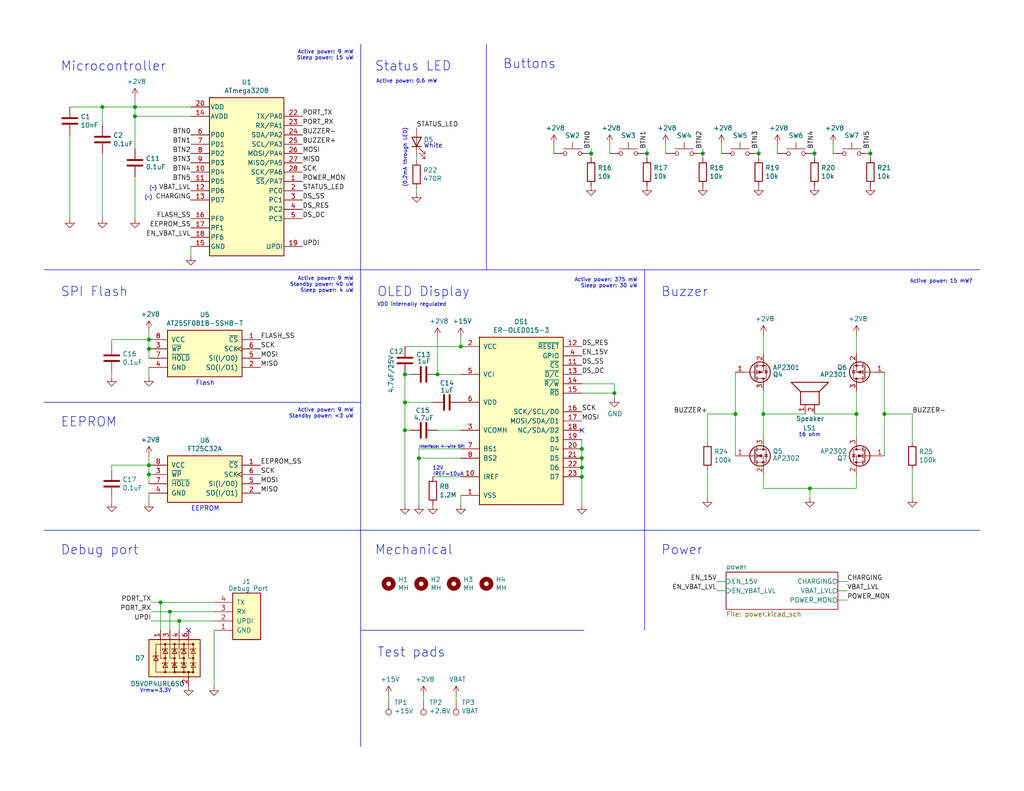
<source format=kicad_sch>
(kicad_sch (version 20211123) (generator eeschema)
  (paper "USLetter")
  (title_block (title "Handheld game console") (date "2021-11-16") (rev "2021B"))
  (lib_symbols
    (symbol "Connector:TestPoint" (pin_numbers hide) (pin_names (offset 0.762) hide)
      (property "Reference" "TP" (at 0 6.858 0))
      (property "Value" "TestPoint" (at 0 5.08 0))
      (symbol "TestPoint_0_1"
        (circle (center 0 3.302) (radius 0.762))
      )
      (symbol "TestPoint_1_1"
        (pin passive line (at 0 0 90) (length 2.54) (name "1") (number "1"))
      )
    )
    (symbol "Device:C" (pin_numbers hide) (pin_names (offset 0.254))
      (property "Reference" "C" (at 0.635 2.54 0))
      (property "Value" "C" (at 0.635 -2.54 0))
      (symbol "C_0_1"
        (polyline (pts (xy -2.032 -0.762) (xy 2.032 -0.762)) (stroke (width 0.508)))
        (polyline (pts (xy -2.032 0.762) (xy 2.032 0.762)) (stroke (width 0.508)))
      )
      (symbol "C_1_1"
        (pin passive line (at 0 3.81 270) (length 2.794) (name "~") (number "1"))
        (pin passive line (at 0 -3.81 90) (length 2.794) (name "~") (number "2"))
      )
    )
    (symbol "Device:LED" (pin_numbers hide) (pin_names (offset 1.016) hide)
      (property "Reference" "D" (at 0 2.54 0))
      (property "Value" "LED" (at 0 -2.54 0))
      (symbol "LED_0_1"
        (polyline (pts (xy -1.27 -1.27) (xy -1.27 1.27)) (stroke (width 0.254)))
        (polyline (pts (xy -1.27 0) (xy 1.27 0)))
        (polyline (pts (xy 1.27 -1.27) (xy 1.27 1.27) (xy -1.27 0) (xy 1.27 -1.27)) (stroke (width 0.254)))
        (polyline (pts (xy -3.048 -0.762) (xy -4.572 -2.286) (xy -3.81 -2.286) (xy -4.572 -2.286) (xy -4.572 -1.524)))
        (polyline (pts (xy -1.778 -0.762) (xy -3.302 -2.286) (xy -2.54 -2.286) (xy -3.302 -2.286) (xy -3.302 -1.524)))
      )
      (symbol "LED_1_1"
        (pin passive line (at -3.81 0 0) (length 2.54) (name "K") (number "1"))
        (pin passive line (at 3.81 0 180) (length 2.54) (name "A") (number "2"))
      )
    )
    (symbol "Device:R" (pin_numbers hide) (pin_names (offset 0))
      (property "Reference" "R" (at 2.032 0 90))
      (property "Value" "R" (at 0 0 90))
      (symbol "R_0_1"
        (rectangle (start -1.016 -2.54) (end 1.016 2.54) (stroke (width 0.254)))
      )
      (symbol "R_1_1"
        (pin passive line (at 0 3.81 270) (length 1.27) (name "~") (number "1"))
        (pin passive line (at 0 -3.81 90) (length 1.27) (name "~") (number "2"))
      )
    )
    (symbol "Device:Speaker" (pin_names (offset 0) hide)
      (property "Reference" "LS" (at 1.27 5.715 0))
      (property "Value" "Speaker" (at 1.27 3.81 0))
      (symbol "Speaker_0_0"
        (rectangle (start -2.54 1.27) (end 1.016 -3.81) (stroke (width 0.254)))
        (polyline (pts (xy 1.016 1.27) (xy 3.556 3.81) (xy 3.556 -6.35) (xy 1.016 -3.81)) (stroke (width 0.254)))
      )
      (symbol "Speaker_1_1"
        (pin input line (at -5.08 0 0) (length 2.54) (name "1") (number "1"))
        (pin input line (at -5.08 -2.54 0) (length 2.54) (name "2") (number "2"))
      )
    )
    (symbol "Mechanical:MountingHole" (pin_names (offset 1.016))
      (property "Reference" "H" (at 0 5.08 0))
      (property "Value" "MountingHole" (at 0 3.175 0))
      (symbol "MountingHole_0_1"
        (circle (center 0 0) (radius 1.27) (stroke (width 1.27)))
      )
    )
    (symbol "Switch:SW_Push" (pin_numbers hide) (pin_names (offset 1.016) hide)
      (property "Reference" "SW" (at 1.27 2.54 0))
      (property "Value" "SW_Push" (at 0 -1.524 0))
      (symbol "SW_Push_0_1"
        (circle (center -2.032 0) (radius 0.508))
        (polyline (pts (xy 0 1.27) (xy 0 3.048)))
        (polyline (pts (xy 2.54 1.27) (xy -2.54 1.27)))
        (circle (center 2.032 0) (radius 0.508))
        (pin passive line (at -5.08 0 0) (length 2.54) (name "1") (number "1"))
        (pin passive line (at 5.08 0 180) (length 2.54) (name "2") (number "2"))
      )
    )
    (symbol "console:+2.8V" (power) (pin_names (offset 0))
      (property "Value" "+2.8V" (at 0 3.556 0))
      (symbol "+2.8V_0_1"
        (polyline (pts (xy -0.762 1.27) (xy 0 2.54)))
        (polyline (pts (xy 0 0) (xy 0 2.54)))
        (polyline (pts (xy 0 2.54) (xy 0.762 1.27)))
      )
      (symbol "+2.8V_1_1"
        (pin power_in line (at 0 0 90) (length 0) hide (name "+2V8") (number "1"))
      )
    )
    (symbol "console:AP2301" (pin_names hide)
      (property "Reference" "Q" (at 5.08 1.905 0))
      (property "Value" "AP2301" (at 5.08 0 0))
      (symbol "AP2301_0_1"
        (polyline (pts (xy 0.254 0) (xy -2.54 0)))
        (polyline (pts (xy 0.254 1.905) (xy 0.254 -1.905)) (stroke (width 0.254)))
        (polyline (pts (xy 0.762 -1.27) (xy 0.762 -2.286)) (stroke (width 0.254)))
        (polyline (pts (xy 0.762 0.508) (xy 0.762 -0.508)) (stroke (width 0.254)))
        (polyline (pts (xy 0.762 2.286) (xy 0.762 1.27)) (stroke (width 0.254)))
        (polyline (pts (xy 2.54 2.54) (xy 2.54 1.778)))
        (polyline (pts (xy 2.54 -2.54) (xy 2.54 0) (xy 0.762 0)))
        (polyline (pts (xy 0.762 1.778) (xy 3.302 1.778) (xy 3.302 -1.778) (xy 0.762 -1.778)))
        (polyline (pts (xy 2.286 0) (xy 1.27 0.381) (xy 1.27 -0.381) (xy 2.286 0)) (fill (type outline)))
        (polyline (pts (xy 2.794 -0.508) (xy 2.921 -0.381) (xy 3.683 -0.381) (xy 3.81 -0.254)))
        (polyline (pts (xy 3.302 -0.381) (xy 2.921 0.254) (xy 3.683 0.254) (xy 3.302 -0.381)))
        (circle (center 1.651 0) (radius 2.794) (stroke (width 0.254)))
        (circle (center 2.54 -1.778) (radius 0.254) (fill (type outline)))
        (circle (center 2.54 1.778) (radius 0.254) (fill (type outline)))
      )
      (symbol "AP2301_1_1"
        (pin input line (at -5.08 0 0) (length 2.54) (name "G") (number "1"))
        (pin passive line (at 2.54 -5.08 90) (length 2.54) (name "S") (number "2"))
        (pin passive line (at 2.54 5.08 270) (length 2.54) (name "D") (number "3"))
      )
    )
    (symbol "console:AP2302" (pin_names hide)
      (property "Reference" "Q" (at 5.08 1.905 0))
      (property "Value" "AP2302" (at 5.08 0 0))
      (symbol "AP2302_0_1"
        (polyline (pts (xy 0.254 0) (xy -2.54 0)))
        (polyline (pts (xy 0.254 1.905) (xy 0.254 -1.905)) (stroke (width 0.254)))
        (polyline (pts (xy 0.762 -1.27) (xy 0.762 -2.286)) (stroke (width 0.254)))
        (polyline (pts (xy 0.762 0.508) (xy 0.762 -0.508)) (stroke (width 0.254)))
        (polyline (pts (xy 0.762 2.286) (xy 0.762 1.27)) (stroke (width 0.254)))
        (polyline (pts (xy 2.54 2.54) (xy 2.54 1.778)))
        (polyline (pts (xy 2.54 -2.54) (xy 2.54 0) (xy 0.762 0)))
        (polyline (pts (xy 0.762 -1.778) (xy 3.302 -1.778) (xy 3.302 1.778) (xy 0.762 1.778)))
        (polyline (pts (xy 1.016 0) (xy 2.032 0.381) (xy 2.032 -0.381) (xy 1.016 0)) (fill (type outline)))
        (polyline (pts (xy 2.794 0.508) (xy 2.921 0.381) (xy 3.683 0.381) (xy 3.81 0.254)))
        (polyline (pts (xy 3.302 0.381) (xy 2.921 -0.254) (xy 3.683 -0.254) (xy 3.302 0.381)))
        (circle (center 1.651 0) (radius 2.794) (stroke (width 0.254)))
        (circle (center 2.54 -1.778) (radius 0.254) (fill (type outline)))
        (circle (center 2.54 1.778) (radius 0.254) (fill (type outline)))
      )
      (symbol "AP2302_1_1"
        (pin input line (at -5.08 0 0) (length 2.54) (name "G") (number "1"))
        (pin passive line (at 2.54 -5.08 90) (length 2.54) (name "S") (number "2"))
        (pin passive line (at 2.54 5.08 270) (length 2.54) (name "D") (number "3"))
      )
    )
    (symbol "console:AT25SF081B" (pin_names (offset 1.016))
      (property "Reference" "U" (at -1.2954 15.6464 0))
      (property "Value" "AT25SF081B" (at -10.4394 13.2842 0))
      (symbol "AT25SF081B_0_0"
        (rectangle (start -10.16 0) (end 10.16 12.7) (stroke (width 0.254)) (fill (type background)))
        (pin input line (at 15.24 10.16 180) (length 5.08) (name "~{CS}") (number "1"))
        (pin bidirectional line (at 15.24 2.54 180) (length 5.08) (name "SO(I/O1)") (number "2"))
        (pin input line (at -15.24 7.62 0) (length 5.08) (name "~{WP}") (number "3"))
        (pin power_in line (at -15.24 2.54 0) (length 5.08) (name "GND") (number "4"))
        (pin bidirectional line (at 15.24 5.08 180) (length 5.08) (name "SI(I/O0)") (number "5"))
        (pin input clock (at 15.24 7.62 180) (length 5.08) (name "SCK") (number "6"))
        (pin input line (at -15.24 5.08 0) (length 5.08) (name "~{HOLD}") (number "7"))
        (pin power_in line (at -15.24 10.16 0) (length 5.08) (name "VCC") (number "8"))
      )
    )
    (symbol "console:ATmega3208" (pin_names (offset 0.254))
      (property "Reference" "U" (at 19.05 6.35 0))
      (property "Value" "ATmega3208" (at 19.05 3.81 0))
      (symbol "ATmega3208_0_0"
        (pin bidirectional line (at 2.54 -17.78 0) (length 5.08) (name "PD4") (number "10"))
        (pin bidirectional line (at 2.54 -20.32 0) (length 5.08) (name "PD5") (number "11"))
      )
      (symbol "ATmega3208_1_1"
        (rectangle (start 7.62 2.54) (end 27.94 -40.64) (stroke (width 0.254)) (fill (type background)))
        (pin bidirectional line (at 33.02 -20.32 180) (length 5.08) (name "~{SS}/PA7") (number "1"))
        (pin bidirectional line (at 2.54 -22.86 0) (length 5.08) (name "PD6") (number "12"))
        (pin bidirectional line (at 2.54 -25.4 0) (length 5.08) (name "PD7") (number "13"))
        (pin power_in line (at 2.54 -2.54 0) (length 5.08) (name "AVDD") (number "14"))
        (pin power_in line (at 2.54 -38.1 0) (length 5.08) (name "GND") (number "15"))
        (pin bidirectional line (at 2.54 -30.48 0) (length 5.08) (name "PF0") (number "16"))
        (pin bidirectional line (at 2.54 -33.02 0) (length 5.08) (name "PF1") (number "17"))
        (pin bidirectional line (at 2.54 -35.56 0) (length 5.08) (name "PF6") (number "18"))
        (pin bidirectional line (at 33.02 -38.1 180) (length 5.08) (name "UPDI") (number "19"))
        (pin bidirectional line (at 33.02 -22.86 180) (length 5.08) (name "PC0") (number "2"))
        (pin power_in line (at 2.54 0 0) (length 5.08) (name "VDD") (number "20"))
        (pin power_in line (at 2.54 -38.1 0) (length 5.08) hide (name "GND") (number "21"))
        (pin bidirectional line (at 33.02 -2.54 180) (length 5.08) (name "TX/PA0") (number "22"))
        (pin bidirectional line (at 33.02 -5.08 180) (length 5.08) (name "RX/PA1") (number "23"))
        (pin bidirectional line (at 33.02 -7.62 180) (length 5.08) (name "SDA/PA2") (number "24"))
        (pin bidirectional line (at 33.02 -10.16 180) (length 5.08) (name "SCL/PA3") (number "25"))
        (pin bidirectional line (at 33.02 -12.7 180) (length 5.08) (name "MOSI/PA4") (number "26"))
        (pin bidirectional line (at 33.02 -15.24 180) (length 5.08) (name "MISO/PA5") (number "27"))
        (pin bidirectional line (at 33.02 -17.78 180) (length 5.08) (name "SCK/PA6") (number "28"))
        (pin bidirectional line (at 33.02 -25.4 180) (length 5.08) (name "PC1") (number "3"))
        (pin bidirectional line (at 33.02 -27.94 180) (length 5.08) (name "PC2") (number "4"))
        (pin bidirectional line (at 33.02 -30.48 180) (length 5.08) (name "PC3") (number "5"))
        (pin bidirectional line (at 2.54 -7.62 0) (length 5.08) (name "PD0") (number "6"))
        (pin bidirectional line (at 2.54 -10.16 0) (length 5.08) (name "PD1") (number "7"))
        (pin bidirectional line (at 2.54 -12.7 0) (length 5.08) (name "PD2") (number "8"))
        (pin bidirectional line (at 2.54 -15.24 0) (length 5.08) (name "PD3") (number "9"))
      )
    )
    (symbol "console:D5V0P4URL6SO" (pin_names (offset 0) hide)
      (property "Reference" "D" (at 3.81 2.54 0))
      (property "Value" "D5V0P4URL6SO" (at 10.16 0 0))
      (symbol "D5V0P4URL6SO_1_1"
        (rectangle (start -12.065 5.08) (end 1.905 -5.08) (stroke (width 0.254)) (fill (type background)))
        (circle (center -7.62 -3.81) (radius 0.254) (fill (type outline)))
        (circle (center -7.62 0) (radius 0.254) (fill (type outline)))
        (circle (center -7.62 3.81) (radius 0.254) (fill (type outline)))
        (circle (center -5.08 -3.81) (radius 0.254) (fill (type outline)))
        (circle (center -5.08 0) (radius 0.254) (fill (type outline)))
        (circle (center -5.08 3.81) (radius 0.254) (fill (type outline)))
        (circle (center -2.54 -3.81) (radius 0.254) (fill (type outline)))
        (circle (center -2.54 0) (radius 0.254) (fill (type outline)))
        (circle (center -2.54 3.81) (radius 0.254) (fill (type outline)))
        (circle (center -1.27 -3.81) (radius 0.254) (fill (type outline)))
        (circle (center 0 -3.81) (radius 0.254) (fill (type outline)))
        (polyline (pts (xy -10.16 0.635) (xy -10.16 -3.81)))
        (polyline (pts (xy -10.16 1.905) (xy -10.16 0.635)))
        (polyline (pts (xy -10.16 3.81) (xy -10.16 0.635)))
        (polyline (pts (xy -7.62 -3.81) (xy -10.16 -3.81)))
        (polyline (pts (xy -7.62 0) (xy -7.62 -1.27)))
        (polyline (pts (xy -7.62 2.54) (xy -7.62 -1.27)))
        (polyline (pts (xy -7.62 3.81) (xy -7.62 2.54)))
        (polyline (pts (xy -7.62 3.81) (xy -7.62 2.54)))
        (polyline (pts (xy -5.08 0) (xy -5.08 -1.27)))
        (polyline (pts (xy -5.08 2.54) (xy -5.08 -1.27)))
        (polyline (pts (xy -5.08 3.81) (xy -5.08 2.54)))
        (polyline (pts (xy -5.08 3.81) (xy -5.08 2.54)))
        (polyline (pts (xy -2.54 0) (xy -2.54 -1.27)))
        (polyline (pts (xy -2.54 2.54) (xy -2.54 -1.27)))
        (polyline (pts (xy -2.54 3.81) (xy -2.54 2.54)))
        (polyline (pts (xy -2.54 3.81) (xy -2.54 2.54)))
        (polyline (pts (xy -1.27 -5.08) (xy -1.27 -3.81)))
        (polyline (pts (xy 0 -3.81) (xy 0 2.54)))
        (polyline (pts (xy 0 3.81) (xy -10.16 3.81)))
        (polyline (pts (xy 0 3.81) (xy 0 2.54)))
        (polyline (pts (xy 0.635 -1.27) (xy 0.762 -1.27)))
        (polyline (pts (xy 0.635 2.54) (xy 0.762 2.54)))
        (polyline (pts (xy -8.89 5.08) (xy -8.89 0) (xy -7.62 0)))
        (polyline (pts (xy -7.62 -1.27) (xy -7.62 -3.81) (xy -5.08 -3.81)))
        (polyline (pts (xy -6.35 5.08) (xy -6.35 0) (xy -5.08 0)))
        (polyline (pts (xy -5.08 -1.27) (xy -5.08 -3.81) (xy -2.54 -3.81)))
        (polyline (pts (xy -3.81 5.08) (xy -3.81 0) (xy -2.54 0)))
        (polyline (pts (xy -2.54 -1.27) (xy -2.54 -3.81) (xy -5.08 -3.81)))
        (polyline (pts (xy -1.27 5.08) (xy -1.27 0) (xy 0 0)))
        (polyline (pts (xy 0.635 -1.27) (xy -0.762 -1.27) (xy -0.762 -1.524)))
        (polyline (pts (xy 0.635 2.54) (xy -0.762 2.54) (xy -0.762 2.286)))
        (polyline (pts (xy -10.922 0.381) (xy -10.922 0.635) (xy -9.525 0.635) (xy -9.398 0.635)))
        (polyline (pts (xy -10.922 0.381) (xy -10.922 0.635) (xy -9.525 0.635) (xy -9.398 0.635)))
        (polyline (pts (xy -10.16 0.635) (xy -9.525 -0.635) (xy -10.795 -0.635) (xy -10.16 0.635)))
        (polyline (pts (xy -10.16 0.635) (xy -9.525 -0.635) (xy -10.795 -0.635) (xy -10.16 0.635)))
        (polyline (pts (xy -8.382 -1.524) (xy -8.382 -1.27) (xy -6.985 -1.27) (xy -6.858 -1.27)))
        (polyline (pts (xy -8.382 -1.524) (xy -8.382 -1.27) (xy -6.985 -1.27) (xy -6.858 -1.27)))
        (polyline (pts (xy -8.382 2.286) (xy -8.382 2.54) (xy -6.985 2.54) (xy -6.858 2.54)))
        (polyline (pts (xy -8.382 2.286) (xy -8.382 2.54) (xy -6.985 2.54) (xy -6.858 2.54)))
        (polyline (pts (xy -7.62 -1.27) (xy -6.985 -2.54) (xy -8.255 -2.54) (xy -7.62 -1.27)))
        (polyline (pts (xy -7.62 -1.27) (xy -6.985 -2.54) (xy -8.255 -2.54) (xy -7.62 -1.27)))
        (polyline (pts (xy -7.62 2.54) (xy -6.985 1.27) (xy -8.255 1.27) (xy -7.62 2.54)))
        (polyline (pts (xy -7.62 2.54) (xy -6.985 1.27) (xy -8.255 1.27) (xy -7.62 2.54)))
        (polyline (pts (xy -5.842 -1.524) (xy -5.842 -1.27) (xy -4.445 -1.27) (xy -4.318 -1.27)))
        (polyline (pts (xy -5.842 -1.524) (xy -5.842 -1.27) (xy -4.445 -1.27) (xy -4.318 -1.27)))
        (polyline (pts (xy -5.842 2.286) (xy -5.842 2.54) (xy -4.445 2.54) (xy -4.318 2.54)))
        (polyline (pts (xy -5.842 2.286) (xy -5.842 2.54) (xy -4.445 2.54) (xy -4.318 2.54)))
        (polyline (pts (xy -5.08 -1.27) (xy -5.08 -3.81) (xy 0 -3.81) (xy 0 -1.27)))
        (polyline (pts (xy -5.08 -1.27) (xy -5.08 -3.81) (xy 0 -3.81) (xy 0 -1.27)))
        (polyline (pts (xy -5.08 -1.27) (xy -4.445 -2.54) (xy -5.715 -2.54) (xy -5.08 -1.27)))
        (polyline (pts (xy -5.08 -1.27) (xy -4.445 -2.54) (xy -5.715 -2.54) (xy -5.08 -1.27)))
        (polyline (pts (xy -5.08 2.54) (xy -4.445 1.27) (xy -5.715 1.27) (xy -5.08 2.54)))
        (polyline (pts (xy -5.08 2.54) (xy -4.445 1.27) (xy -5.715 1.27) (xy -5.08 2.54)))
        (polyline (pts (xy -3.302 -1.524) (xy -3.302 -1.27) (xy -1.905 -1.27) (xy -1.778 -1.27)))
        (polyline (pts (xy -3.302 -1.524) (xy -3.302 -1.27) (xy -1.905 -1.27) (xy -1.778 -1.27)))
        (polyline (pts (xy -3.302 2.286) (xy -3.302 2.54) (xy -1.905 2.54) (xy -1.778 2.54)))
        (polyline (pts (xy -3.302 2.286) (xy -3.302 2.54) (xy -1.905 2.54) (xy -1.778 2.54)))
        (polyline (pts (xy -2.54 -1.27) (xy -1.905 -2.54) (xy -3.175 -2.54) (xy -2.54 -1.27)))
        (polyline (pts (xy -2.54 -1.27) (xy -1.905 -2.54) (xy -3.175 -2.54) (xy -2.54 -1.27)))
        (polyline (pts (xy -2.54 2.54) (xy -1.905 1.27) (xy -3.175 1.27) (xy -2.54 2.54)))
        (polyline (pts (xy -2.54 2.54) (xy -1.905 1.27) (xy -3.175 1.27) (xy -2.54 2.54)))
        (polyline (pts (xy 0.635 -2.54) (xy -0.635 -2.54) (xy 0 -1.27) (xy 0.635 -2.54)))
        (polyline (pts (xy 0.635 1.27) (xy -0.635 1.27) (xy 0 2.54) (xy 0.635 1.27)))
        (circle (center 0 0) (radius 0.254) (fill (type outline)))
        (circle (center 0 3.81) (radius 0.254) (fill (type outline)))
        (pin passive line (at -8.89 7.62 270) (length 2.54) (name "K1") (number "1"))
        (pin passive line (at -1.27 -7.62 90) (length 2.54) (name "VSS") (number "2"))
        (pin passive line (at -6.35 7.62 270) (length 2.54) (name "K2") (number "3"))
        (pin passive line (at -3.81 7.62 270) (length 2.54) (name "K3") (number "4"))
        (pin no_connect line (at -7.62 -7.62 90) (length 2.54) hide (name "NC") (number "5"))
        (pin passive line (at -1.27 7.62 270) (length 2.54) (name "K4") (number "6"))
      )
    )
    (symbol "console:Debug_Port" (pin_names (offset 1.016))
      (property "Reference" "J" (at -1.27 1.27 0))
      (property "Value" "Debug_Port" (at -1.27 -1.27 0))
      (symbol "Debug_Port_0_0"
        (pin power_in line (at -10.16 -12.7 0) (length 5.08) (name "GND") (number "1"))
        (pin bidirectional line (at -10.16 -10.16 0) (length 5.08) (name "UPDI") (number "2"))
        (pin input line (at -10.16 -7.62 0) (length 5.08) (name "RX") (number "3"))
        (pin output line (at -10.16 -5.08 0) (length 5.08) (name "TX") (number "4"))
      )
      (symbol "Debug_Port_0_1"
        (rectangle (start -5.08 -2.54) (end 2.54 -15.24) (stroke (width 0.254)) (fill (type background)))
      )
    )
    (symbol "console:ER-OLED015-3" (pin_names (offset 1.016))
      (property "Reference" "DS" (at 2.54 11.43 0))
      (property "Value" "ER-OLED015-3" (at 2.54 8.89 0))
      (symbol "ER-OLED015-3_0_0"
        (pin power_in line (at -13.97 -35.56 0) (length 5.08) (name "VSS") (number "1"))
        (pin input line (at -13.97 -30.48 0) (length 5.08) (name "IREF") (number "10"))
        (pin input line (at 19.05 0 180) (length 5.08) (name "~{CS}") (number "11"))
        (pin input line (at 19.05 5.08 180) (length 5.08) (name "~{RESET}") (number "12"))
        (pin input line (at 19.05 -2.54 180) (length 5.08) (name "~{D/C}") (number "13"))
        (pin input line (at 19.05 -5.08 180) (length 5.08) (name "~{R/W}") (number "14"))
        (pin input line (at 19.05 -7.62 180) (length 5.08) (name "~{RD}") (number "15"))
        (pin input line (at 19.05 -12.7 180) (length 5.08) (name "SCK/SCL/D0") (number "16"))
        (pin input line (at 19.05 -15.24 180) (length 5.08) (name "MOSI/SDA/D1") (number "17"))
        (pin input line (at 19.05 -17.78 180) (length 5.08) (name "NC/SDA/D2") (number "18"))
        (pin input line (at 19.05 -20.32 180) (length 5.08) (name "D3") (number "19"))
        (pin power_in line (at -13.97 5.08 0) (length 5.08) (name "VCC") (number "2"))
        (pin input line (at 19.05 -22.86 180) (length 5.08) (name "D4") (number "20"))
        (pin input line (at 19.05 -25.4 180) (length 5.08) (name "D5") (number "21"))
        (pin input line (at 19.05 -27.94 180) (length 5.08) (name "D6") (number "22"))
        (pin input line (at 19.05 -30.48 180) (length 5.08) (name "D7") (number "23"))
        (pin power_in line (at -13.97 5.08 0) (length 5.08) hide (name "VCC") (number "24"))
        (pin power_in line (at -13.97 -35.56 0) (length 5.08) hide (name "VSS") (number "25"))
        (pin input line (at -13.97 -17.78 0) (length 5.08) (name "VCOMH") (number "3"))
        (pin bidirectional line (at 19.05 2.54 180) (length 5.08) (name "GPIO") (number "4"))
        (pin power_in line (at -13.97 -2.54 0) (length 5.08) (name "VCI") (number "5"))
        (pin power_in line (at -13.97 -10.16 0) (length 5.08) (name "VDD") (number "6"))
        (pin input line (at -13.97 -22.86 0) (length 5.08) (name "BS1") (number "7"))
        (pin input line (at -13.97 -25.4 0) (length 5.08) (name "BS2") (number "8"))
        (pin power_in line (at -13.97 -35.56 0) (length 5.08) hide (name "VSS") (number "9"))
      )
      (symbol "ER-OLED015-3_0_1"
        (rectangle (start -8.89 7.62) (end 13.97 -38.1) (stroke (width 0.254)) (fill (type background)))
      )
    )
    (symbol "console:FT25C32A" (pin_names (offset 1.016))
      (property "Reference" "U" (at 0 15.24 0))
      (property "Value" "FT25C32A" (at -4.7244 13.3096 0))
      (symbol "FT25C32A_0_0"
        (rectangle (start -10.16 0) (end 10.16 12.7) (stroke (width 0.254)) (fill (type background)))
        (pin input line (at 15.24 10.16 180) (length 5.08) (name "~{CS}") (number "1"))
        (pin bidirectional line (at 15.24 2.54 180) (length 5.08) (name "SO(I/O1)") (number "2"))
        (pin input line (at -15.24 7.62 0) (length 5.08) (name "~{WP}") (number "3"))
        (pin power_in line (at -15.24 2.54 0) (length 5.08) (name "GND") (number "4"))
        (pin bidirectional line (at 15.24 5.08 180) (length 5.08) (name "SI(I/O0)") (number "5"))
        (pin input clock (at 15.24 7.62 180) (length 5.08) (name "SCK") (number "6"))
        (pin input line (at -15.24 5.08 0) (length 5.08) (name "~{HOLD}") (number "7"))
        (pin power_in line (at -15.24 10.16 0) (length 5.08) (name "VCC") (number "8"))
      )
    )
    (symbol "console:VBAT" (power) (pin_names (offset 0))
      (property "Value" "VBAT" (at 0 3.81 0))
      (symbol "VBAT_0_1"
        (polyline (pts (xy -0.762 1.27) (xy 0 2.54)))
        (polyline (pts (xy 0 0) (xy 0 2.54)))
        (polyline (pts (xy 0 2.54) (xy 0.762 1.27)))
      )
      (symbol "VBAT_1_1"
        (pin power_in line (at 0 0 90) (length 0) hide (name "VBAT") (number "1"))
      )
    )
    (symbol "power:+15V" (power) (pin_names (offset 0))
      (property "Value" "+15V" (at 0 3.556 0))
      (symbol "+15V_0_1"
        (polyline (pts (xy -0.762 1.27) (xy 0 2.54)))
        (polyline (pts (xy 0 0) (xy 0 2.54)))
        (polyline (pts (xy 0 2.54) (xy 0.762 1.27)))
      )
      (symbol "+15V_1_1"
        (pin power_in line (at 0 0 90) (length 0) hide (name "+15V") (number "1"))
      )
    )
    (symbol "power:GND" (power) (pin_names (offset 0))
      (property "Value" "GND" (at 0 -3.81 0))
      (symbol "GND_0_1"
        (polyline (pts (xy 0 0) (xy 0 -1.27) (xy 1.27 -1.27) (xy 0 -2.54) (xy -1.27 -1.27) (xy 0 -1.27)))
      )
      (symbol "GND_1_1"
        (pin power_in line (at 0 0 270) (length 0) hide (name "GND") (number "1"))
      )
    )
  )
  (junction (at 222.25 41.91))
  (junction (at 114.3 125.095))
  (junction (at 110.49 109.855))
  (junction (at 158.75 130.175))
  (junction (at 40.64 129.54))
  (junction (at 110.49 117.475))
  (junction (at 40.64 95.25))
  (junction (at 191.77 41.91))
  (junction (at 36.83 29.21))
  (junction (at 158.75 125.095))
  (junction (at 48.895 169.545))
  (junction (at 241.3 113.03))
  (junction (at 27.94 29.21))
  (junction (at 125.73 94.615))
  (junction (at 208.28 113.03))
  (junction (at 119.38 102.235))
  (junction (at 161.29 41.91))
  (junction (at 158.75 127.635))
  (junction (at 220.98 133.35))
  (junction (at 233.68 113.03))
  (junction (at 110.49 102.235))
  (junction (at 40.64 127))
  (junction (at 40.64 92.71))
  (junction (at 176.53 41.91))
  (junction (at 207.01 41.91))
  (junction (at 167.64 107.315))
  (junction (at 43.815 164.465))
  (junction (at 237.49 41.91))
  (junction (at 36.83 31.75))
  (junction (at 46.355 167.005))
  (junction (at 158.75 122.555))
  (junction (at 200.66 113.03))
  (no_connect (at 158.75 117.475))
  (no_connect (at 51.435 172.085))
  (wire (pts (xy 227.33 39.37) (xy 227.33 41.91)))
  (wire (pts (xy 113.665 51.435) (xy 113.665 52.705)))
  (wire (pts (xy 241.3 113.03) (xy 248.92 113.03)))
  (wire (pts (xy 40.64 92.71) (xy 40.64 90.17)))
  (wire (pts (xy 40.64 127) (xy 40.64 129.54)))
  (wire (pts (xy 41.275 169.545) (xy 48.895 169.545)))
  (wire (pts (xy 114.3 125.095) (xy 114.3 122.555)))
  (wire (pts (xy 237.49 43.18) (xy 237.49 41.91)))
  (wire (pts (xy 41.275 164.465) (xy 43.815 164.465)))
  (wire (pts (xy 222.25 43.18) (xy 222.25 41.91)))
  (polyline (pts (xy 98.425 12.065) (xy 98.425 203.835)) (stroke (width 0) (type solid)))
  (wire (pts (xy 233.68 133.35) (xy 233.68 129.54)))
  (wire (pts (xy 114.3 137.795) (xy 114.3 125.095)))
  (wire (pts (xy 106.045 189.865) (xy 106.045 191.135)))
  (wire (pts (xy 196.85 39.37) (xy 196.85 41.91)))
  (wire (pts (xy 158.75 104.775) (xy 167.64 104.775)))
  (wire (pts (xy 36.83 59.69) (xy 36.83 48.26)))
  (polyline (pts (xy 132.715 12.065) (xy 132.715 73.66)) (stroke (width 0) (type solid)))
  (wire (pts (xy 181.61 39.37) (xy 181.61 41.91)))
  (polyline (pts (xy 159.385 172.085) (xy 98.425 172.085)) (stroke (width 0) (type solid)))
  (wire (pts (xy 119.38 92.075) (xy 119.38 102.235)))
  (wire (pts (xy 30.48 137.16) (xy 30.48 135.89)))
  (wire (pts (xy 43.815 164.465) (xy 58.42 164.465)))
  (wire (pts (xy 231.14 158.75) (xy 228.6 158.75)))
  (wire (pts (xy 40.64 92.71) (xy 40.64 95.25)))
  (wire (pts (xy 207.01 43.18) (xy 207.01 41.91)))
  (wire (pts (xy 36.83 31.75) (xy 36.83 29.21)))
  (wire (pts (xy 110.49 94.615) (xy 125.73 94.615)))
  (wire (pts (xy 19.05 29.21) (xy 27.94 29.21)))
  (wire (pts (xy 110.49 109.855) (xy 118.11 109.855)))
  (wire (pts (xy 167.64 104.775) (xy 167.64 107.315)))
  (wire (pts (xy 237.49 40.64) (xy 237.49 41.91)))
  (polyline (pts (xy 12.065 109.855) (xy 98.425 109.855)) (stroke (width 0) (type solid)))
  (polyline (pts (xy 12.065 144.78) (xy 267.335 144.78)) (stroke (width 0) (type solid)))
  (wire (pts (xy 158.75 120.015) (xy 158.75 122.555)))
  (wire (pts (xy 158.75 127.635) (xy 158.75 130.175)))
  (wire (pts (xy 193.04 120.65) (xy 193.04 113.03)))
  (wire (pts (xy 233.68 106.68) (xy 233.68 113.03)))
  (wire (pts (xy 222.25 113.03) (xy 233.68 113.03)))
  (wire (pts (xy 110.49 102.235) (xy 111.76 102.235)))
  (wire (pts (xy 158.75 122.555) (xy 158.75 125.095)))
  (wire (pts (xy 124.46 189.865) (xy 124.46 191.135)))
  (wire (pts (xy 233.68 113.03) (xy 233.68 119.38)))
  (wire (pts (xy 30.48 92.71) (xy 40.64 92.71)))
  (wire (pts (xy 43.815 172.085) (xy 43.815 164.465)))
  (wire (pts (xy 208.28 106.68) (xy 208.28 113.03)))
  (wire (pts (xy 27.94 29.21) (xy 36.83 29.21)))
  (wire (pts (xy 208.28 133.35) (xy 220.98 133.35)))
  (wire (pts (xy 161.29 43.18) (xy 161.29 41.91)))
  (wire (pts (xy 119.38 117.475) (xy 125.73 117.475)))
  (wire (pts (xy 231.14 163.83) (xy 228.6 163.83)))
  (wire (pts (xy 110.49 117.475) (xy 110.49 137.795)))
  (wire (pts (xy 30.48 102.87) (xy 30.48 101.6)))
  (wire (pts (xy 241.3 113.03) (xy 241.3 124.46)))
  (wire (pts (xy 41.275 167.005) (xy 46.355 167.005)))
  (wire (pts (xy 193.04 113.03) (xy 200.66 113.03)))
  (wire (pts (xy 200.66 113.03) (xy 200.66 124.46)))
  (wire (pts (xy 27.94 41.91) (xy 27.94 59.69)))
  (wire (pts (xy 208.28 113.03) (xy 208.28 119.38)))
  (wire (pts (xy 220.98 133.35) (xy 233.68 133.35)))
  (wire (pts (xy 191.77 40.64) (xy 191.77 41.91)))
  (wire (pts (xy 125.73 122.555) (xy 114.3 122.555)))
  (wire (pts (xy 233.68 91.44) (xy 233.68 96.52)))
  (wire (pts (xy 19.05 36.83) (xy 19.05 59.69)))
  (wire (pts (xy 231.14 161.29) (xy 228.6 161.29)))
  (wire (pts (xy 125.73 135.255) (xy 125.73 137.795)))
  (wire (pts (xy 111.76 117.475) (xy 110.49 117.475)))
  (wire (pts (xy 110.49 109.855) (xy 110.49 102.235)))
  (wire (pts (xy 191.77 43.18) (xy 191.77 41.91)))
  (wire (pts (xy 36.83 26.67) (xy 36.83 29.21)))
  (wire (pts (xy 241.3 113.03) (xy 241.3 101.6)))
  (wire (pts (xy 46.355 167.005) (xy 58.42 167.005)))
  (wire (pts (xy 158.75 130.175) (xy 158.75 137.795)))
  (wire (pts (xy 166.37 39.37) (xy 166.37 41.91)))
  (wire (pts (xy 58.42 172.085) (xy 58.42 187.325)))
  (wire (pts (xy 30.48 128.27) (xy 30.48 127)))
  (wire (pts (xy 208.28 133.35) (xy 208.28 129.54)))
  (wire (pts (xy 167.64 107.315) (xy 167.64 108.585)))
  (wire (pts (xy 212.09 39.37) (xy 212.09 41.91)))
  (wire (pts (xy 114.3 125.095) (xy 125.73 125.095)))
  (wire (pts (xy 36.83 40.64) (xy 36.83 31.75)))
  (wire (pts (xy 113.665 42.545) (xy 113.665 43.815)))
  (wire (pts (xy 48.895 169.545) (xy 58.42 169.545)))
  (wire (pts (xy 222.25 40.64) (xy 222.25 41.91)))
  (wire (pts (xy 158.75 125.095) (xy 158.75 127.635)))
  (wire (pts (xy 158.75 107.315) (xy 167.64 107.315)))
  (wire (pts (xy 195.58 158.75) (xy 198.12 158.75)))
  (wire (pts (xy 176.53 40.64) (xy 176.53 41.91)))
  (wire (pts (xy 52.07 31.75) (xy 36.83 31.75)))
  (wire (pts (xy 208.28 91.44) (xy 208.28 96.52)))
  (wire (pts (xy 48.895 172.085) (xy 48.895 169.545)))
  (polyline (pts (xy 352.5012 77.5208) (xy 352.5012 77.597)))
  (wire (pts (xy 200.66 101.6) (xy 200.66 113.03)))
  (wire (pts (xy 208.28 113.03) (xy 219.71 113.03)))
  (wire (pts (xy 151.13 39.37) (xy 151.13 41.91)))
  (wire (pts (xy 27.94 34.29) (xy 27.94 29.21)))
  (wire (pts (xy 40.64 129.54) (xy 40.64 132.08)))
  (wire (pts (xy 40.64 137.16) (xy 40.64 134.62)))
  (wire (pts (xy 207.01 40.64) (xy 207.01 41.91)))
  (wire (pts (xy 115.57 189.865) (xy 115.57 191.135)))
  (wire (pts (xy 36.83 29.21) (xy 52.07 29.21)))
  (wire (pts (xy 220.98 135.89) (xy 220.98 133.35)))
  (wire (pts (xy 119.38 102.235) (xy 125.73 102.235)))
  (wire (pts (xy 40.64 127) (xy 40.64 124.46)))
  (wire (pts (xy 161.29 40.64) (xy 161.29 41.91)))
  (wire (pts (xy 176.53 43.18) (xy 176.53 41.91)))
  (polyline (pts (xy 12.065 73.66) (xy 267.335 73.66)) (stroke (width 0) (type solid)))
  (wire (pts (xy 110.49 109.855) (xy 110.49 117.475)))
  (wire (pts (xy 30.48 93.98) (xy 30.48 92.71)))
  (wire (pts (xy 248.92 120.65) (xy 248.92 113.03)))
  (wire (pts (xy 248.92 128.27) (xy 248.92 135.89)))
  (wire (pts (xy 46.355 172.085) (xy 46.355 167.005)))
  (wire (pts (xy 30.48 127) (xy 40.64 127)))
  (wire (pts (xy 195.58 161.29) (xy 198.12 161.29)))
  (wire (pts (xy 52.07 69.85) (xy 52.07 67.31)))
  (wire (pts (xy 125.73 92.075) (xy 125.73 94.615)))
  (wire (pts (xy 40.64 102.87) (xy 40.64 100.33)))
  (wire (pts (xy 40.64 95.25) (xy 40.64 97.79)))
  (polyline (pts (xy 175.895 172.085) (xy 175.895 73.66)) (stroke (width 0) (type solid)))
  (wire (pts (xy 118.11 130.175) (xy 125.73 130.175)))
  (wire (pts (xy 193.04 128.27) (xy 193.04 135.89)))
  (text "SPI Flash" (at 16.51 81.28 0) (effects (font (size 2.54 2.54)) (justify left bottom)))
  (text "Microcontroller" (at 16.51 19.685 0) (effects (font (size 2.54 2.54)) (justify left bottom)))
  (text "Debug port" (at 16.51 151.765 0) (effects (font (size 2.54 2.54)) (justify left bottom)))
  (text "16 ohm" (at 217.8304 119.4054 0) (effects (font (size 1.016 1.016)) (justify left bottom)))
  (text "Buttons" (at 137.16 19.05 0) (effects (font (size 2.54 2.54)) (justify left bottom)))
  (text "Interface: 4-wire SPI" (at 114.3 122.555 0) (effects (font (size 0.762 0.762)) (justify left bottom)))
  (text "Test pads" (at 102.87 179.705 0) (effects (font (size 2.54 2.54)) (justify left bottom)))
  (text "Flash" (at 53.34 105.41 0) (effects (font (size 1.27 1.27)) (justify left bottom)))
  (text "Power" (at 180.34 151.765 0) (effects (font (size 2.54 2.54)) (justify left bottom)))
  (text "Vrmw=3.3V\n" (at 38.1 189.23 0) (effects (font (size 1.016 1.016)) (justify left bottom)))
  (text "Active power: 375 mW\nSleep power: 30 uW" (at 173.99 78.74 180) (effects (font (size 1.016 1.016)) (justify right bottom)))
  (text "(~)" (at 39.37 54.61 0) (effects (font (size 1.016 1.016)) (justify left bottom)))
  (text "White" (at 115.57 40.64 0) (effects (font (size 1.27 1.27)) (justify left bottom)))
  (text "Mechanical\n" (at 102.235 151.765 0) (effects (font (size 2.54 2.54)) (justify left bottom)))
  (text "IREF=10uA" (at 118.11 130.175 0) (effects (font (size 1.016 1.016)) (justify left bottom)))
  (text "EEPROM" (at 52.07 139.7 0) (effects (font (size 1.27 1.27)) (justify left bottom)))
  (text "EEPROM" (at 16.51 116.84 0) (effects (font (size 2.54 2.54)) (justify left bottom)))
  (text "OLED Display" (at 102.87 81.28 0) (effects (font (size 2.54 2.54)) (justify left bottom)))
  (text "Active power: 15 mW?" (at 265.43 77.47 180) (effects (font (size 1.016 1.016)) (justify right bottom)))
  (text "Active power: 9 mW\nStandby power: <3 uW" (at 96.52 114.3 180) (effects (font (size 1.016 1.016)) (justify right bottom)))
  (text "Buzzer" (at 180.34 81.28 0) (effects (font (size 2.54 2.54)) (justify left bottom)))
  (text "Active power: 9 mW\nSleep power: 15 uW" (at 96.52 16.51 180) (effects (font (size 1.016 1.016)) (justify right bottom)))
  (text "(~)" (at 40.64 52.07 0) (effects (font (size 1.016 1.016)) (justify left bottom)))
  (text "Status LED" (at 102.235 19.685 0) (effects (font (size 2.54 2.54)) (justify left bottom)))
  (text "12V" (at 118.0338 128.524 0) (effects (font (size 1.016 1.016)) (justify left bottom)))
  (text "VDD internally regulated" (at 102.87 83.82 0) (effects (font (size 1.016 1.016)) (justify left bottom)))
  (text "Active power: 0.6 mW" (at 119.38 22.86 180) (effects (font (size 1.016 1.016)) (justify right bottom)))
  (text "Active power: 9 mW\nStandby power: 40 uW\nSleep power: 4 uW" (at 96.52 80.01 0) (effects (font (size 1.016 1.016)) (justify right bottom)))
  (text "(0.2mA through LED)" (at 111.125 34.925 270) (effects (font (size 1.016 1.016)) (justify right bottom)))
  (label "MOSI" (at 71.12 97.79 0))
  (label "MISO" (at 71.12 134.62 0))
  (label "MOSI" (at 158.75 114.935 0))
  (label "BTN4" (at 52.07 46.99 180))
  (label "FLASH_SS" (at 71.12 92.71 0))
  (label "SCK" (at 82.55 46.99 0))
  (label "PORT_TX" (at 41.275 164.465 180))
  (label "DS_DC" (at 158.75 102.235 0))
  (label "BTN1" (at 52.07 39.37 180))
  (label "PORT_TX" (at 82.55 31.75 0))
  (label "EN_VBAT_LVL" (at 52.07 64.77 180))
  (label "BTN3" (at 52.07 44.45 180))
  (label "BTN1" (at 176.53 40.64 90))
  (label "CHARGING" (at 231.14 158.75 0))
  (label "VBAT_LVL" (at 231.14 161.29 0))
  (label "EEPROM_SS" (at 71.12 127 0))
  (label "DS_SS" (at 158.75 99.695 0))
  (label "DS_SS" (at 82.55 54.61 0))
  (label "POWER_MON" (at 82.55 49.53 0))
  (label "BTN5" (at 237.49 40.64 90))
  (label "CHARGING" (at 52.07 54.61 180))
  (label "EEPROM_SS" (at 52.07 62.23 180))
  (label "EN_15V" (at 158.75 97.155 0))
  (label "MISO" (at 71.12 100.33 0))
  (label "BUZZER+" (at 193.04 113.03 180))
  (label "BTN3" (at 207.01 40.64 90))
  (label "DS_DC" (at 82.55 59.69 0))
  (label "DS_RES" (at 82.55 57.15 0))
  (label "PORT_RX" (at 41.275 167.005 180))
  (label "UPDI" (at 82.55 67.31 0))
  (label "MOSI" (at 82.55 41.91 0))
  (label "SCK" (at 71.12 129.54 0))
  (label "BTN2" (at 191.77 40.64 90))
  (label "SCK" (at 158.75 112.395 0))
  (label "STATUS_LED" (at 113.665 34.925 0))
  (label "EN_15V" (at 195.58 158.75 180))
  (label "BTN4" (at 222.25 40.64 90))
  (label "UPDI" (at 41.275 169.545 180))
  (label "SCK" (at 71.12 95.25 0))
  (label "MOSI" (at 71.12 132.08 0))
  (label "PORT_RX" (at 82.55 34.29 0))
  (label "VBAT_LVL" (at 52.07 52.07 180))
  (label "BUZZER-" (at 248.92 113.03 0))
  (label "EN_VBAT_LVL" (at 195.58 161.29 180))
  (label "POWER_MON" (at 231.14 163.83 0))
  (label "BTN5" (at 52.07 49.53 180))
  (label "BTN2" (at 52.07 41.91 180))
  (label "BTN0" (at 161.29 40.64 90))
  (label "STATUS_LED" (at 82.55 52.07 0))
  (label "BUZZER+" (at 82.55 39.37 0))
  (label "DS_RES" (at 158.75 94.615 0))
  (label "FLASH_SS" (at 52.07 59.69 180))
  (label "MISO" (at 82.55 44.45 0))
  (label "BTN0" (at 52.07 36.83 180))
  (label "BUZZER-" (at 82.55 36.83 0))
  (symbol (lib_id "console:AT25SF081B") (at 55.88 102.87 0) (unit 1)
    (property "Reference" "U5" (at 55.88 85.9282 0))
    (property "Value" "AT25SF081B-SSHB-T" (at 55.88 88.2396 0))
    (property "Footprint" "Package_SO:SOIC-8_3.9x4.9mm_P1.27mm" (effects hide))
  )
  (symbol (lib_id "console:ATmega3208") (at 49.53 29.21 0) (unit 1)
    (property "Reference" "U1" (at 67.31 22.4282 0))
    (property "Value" "ATmega3208" (at 67.31 24.7396 0))
    (property "Footprint" "Package_SO:SSOP-28_5.3x10.2mm_P0.65mm" (effects hide))
  )
  (symbol (lib_id "power:GND") (at 40.64 137.16 0) (unit 1)
    (property "Reference" "#PWR065" (effects hide))
    (property "Value" "GND" (effects hide))
  )
  (symbol (lib_id "power:GND") (at 30.48 137.16 0) (unit 1)
    (property "Reference" "#PWR064" (effects hide))
    (property "Value" "GND" (effects hide))
  )
  (symbol (lib_id "Device:C") (at 30.48 132.08 0) (unit 1)
    (property "Reference" "C17" (at 33.401 130.9116 0) (effects (justify left)))
    (property "Value" "0.1uF" (at 33.401 133.223 0) (effects (justify left)))
    (property "Footprint" "Capacitor_SMD:C_0603_1608Metric" (effects hide))
  )
  (symbol (lib_id "console:+2.8V") (at 40.64 124.46 0) (unit 1)
    (property "Reference" "#PWR063" (effects hide))
    (property "Value" "+2.8V" (at 41.021 120.0658 0))
  )
  (symbol (lib_id "console:FT25C32A") (at 55.88 137.16 0) (unit 1)
    (property "Reference" "U6" (at 55.88 120.2182 0))
    (property "Value" "FT25C32A" (at 55.88 122.5296 0))
    (property "Footprint" "Package_SO:SO-8_3.9x4.9mm_P1.27mm" (effects hide))
  )
  (symbol (lib_id "console:Debug_Port") (at 68.58 159.385 0) (unit 1)
    (property "Reference" "J1" (at 66.0146 158.8008 0) (effects (justify left)))
    (property "Value" "Debug Port" (at 62.23 160.655 0) (effects (justify left)))
    (property "Footprint" "console:Debug_Port" (effects hide))
  )
  (symbol (lib_id "console:ER-OLED015-3") (at 139.7 99.695 0) (unit 1)
    (property "Reference" "DS1" (at 142.24 87.8332 0))
    (property "Value" "ER-OLED015-3" (at 142.24 90.1446 0))
    (property "Footprint" "console:ER-OLED015-3" (effects hide))
  )
  (symbol (lib_id "power:+15V") (at 125.73 92.075 0) (unit 1)
    (property "Reference" "#PWR024" (effects hide))
    (property "Value" "+15V" (at 126.111 87.6808 0))
  )
  (symbol (lib_id "power:GND") (at 125.73 137.795 0) (unit 1)
    (property "Reference" "#PWR047" (effects hide))
    (property "Value" "GND" (effects hide))
  )
  (symbol (lib_id "Device:R") (at 118.11 133.985 0) (unit 1)
    (property "Reference" "R8" (at 119.888 132.8166 0) (effects (justify left)))
    (property "Value" "1.2M" (at 119.888 135.128 0) (effects (justify left)))
    (property "Footprint" "Resistor_SMD:R_0603_1608Metric" (effects hide))
  )
  (symbol (lib_id "power:GND") (at 118.11 137.795 0) (unit 1)
    (property "Reference" "#PWR046" (effects hide))
    (property "Value" "GND" (effects hide))
  )
  (symbol (lib_id "power:GND") (at 114.3 137.795 0) (unit 1)
    (property "Reference" "#PWR045" (effects hide))
    (property "Value" "GND" (effects hide))
  )
  (symbol (lib_id "power:GND") (at 110.49 137.795 0) (unit 1)
    (property "Reference" "#PWR044" (effects hide))
    (property "Value" "GND" (effects hide))
  )
  (symbol (lib_id "Device:C") (at 121.92 109.855 90) (unit 1)
    (property "Reference" "C14" (at 121.9454 104.5972 90))
    (property "Value" "1uF" (at 121.9708 106.5784 90))
    (property "Footprint" "Capacitor_SMD:C_0603_1608Metric" (effects hide))
  )
  (symbol (lib_id "Device:C") (at 115.57 102.235 270) (unit 1)
    (property "Reference" "C13" (at 115.5192 96.8248 90))
    (property "Value" "1uF" (at 115.6716 98.6536 90))
    (property "Footprint" "Capacitor_SMD:C_0603_1608Metric" (effects hide))
  )
  (symbol (lib_id "Device:C") (at 115.57 117.475 90) (unit 1)
    (property "Reference" "C15" (at 115.3668 112.0648 90))
    (property "Value" "4.7uF" (at 115.5954 114.0968 90))
    (property "Footprint" "Capacitor_SMD:C_0603_1608Metric" (effects hide))
  )
  (symbol (lib_id "Device:C") (at 110.49 98.425 0) (unit 1)
    (property "Reference" "C12" (at 106.1974 95.9358 0) (effects (justify left)))
    (property "Value" "4.7uF/25V" (at 106.68 107.315 90) (effects (justify left)))
    (property "Footprint" "Capacitor_SMD:C_0603_1608Metric" (effects hide))
  )
  (symbol (lib_id "power:GND") (at 158.75 137.795 0) (unit 1)
    (property "Reference" "#PWR048" (effects hide))
    (property "Value" "GND" (effects hide))
  )
  (symbol (lib_id "power:GND") (at 167.64 108.585 0) (unit 1)
    (property "Reference" "#PWR027" (effects hide))
    (property "Value" "GND" (at 167.767 112.9792 0))
  )
  (symbol (lib_id "Switch:SW_Push") (at 156.21 41.91 0) (unit 1)
    (property "Reference" "SW2" (at 156.21 37.0078 0))
    (property "Value" "SW_Push" (effects hide))
    (property "Footprint" "Button_Switch_SMD:SW_SPST_TL3342" (effects hide))
  )
  (symbol (lib_id "power:GND") (at 52.07 69.85 0) (unit 1)
    (property "Reference" "#PWR09" (effects hide))
    (property "Value" "GND" (effects hide))
  )
  (symbol (lib_id "console:+2.8V") (at 208.28 91.44 0) (unit 1)
    (property "Reference" "#PWR017" (effects hide))
    (property "Value" "+2.8V" (at 208.661 87.0458 0))
  )
  (symbol (lib_id "power:GND") (at 40.64 102.87 0) (unit 1)
    (property "Reference" "#PWR061" (effects hide))
    (property "Value" "GND" (effects hide))
  )
  (symbol (lib_id "console:+2.8V") (at 233.68 91.44 0) (unit 1)
    (property "Reference" "#PWR018" (effects hide))
    (property "Value" "+2.8V" (at 234.061 87.0458 0))
  )
  (symbol (lib_id "power:GND") (at 220.98 135.89 0) (unit 1)
    (property "Reference" "#PWR034" (effects hide))
    (property "Value" "GND" (effects hide))
  )
  (symbol (lib_id "Device:C") (at 30.48 97.79 0) (unit 1)
    (property "Reference" "C16" (at 33.401 96.6216 0) (effects (justify left)))
    (property "Value" "0.1uF" (at 33.401 98.933 0) (effects (justify left)))
    (property "Footprint" "Capacitor_SMD:C_0603_1608Metric" (effects hide))
  )
  (symbol (lib_id "console:AP2302") (at 205.74 124.46 0) (unit 1)
    (property "Reference" "Q5" (at 210.82 123.19 0) (effects (justify left)))
    (property "Value" "AP2302" (at 210.82 125.095 0) (effects (justify left)))
    (property "Footprint" "Package_TO_SOT_SMD:SOT-23" (effects hide))
  )
  (symbol (lib_id "console:AP2301") (at 205.74 101.6 0) (mirror x) (unit 1)
    (property "Reference" "Q4" (at 210.82 102.235 0) (effects (justify left)))
    (property "Value" "AP2301" (at 210.82 100.33 0) (effects (justify left)))
    (property "Footprint" "Package_TO_SOT_SMD:SOT-23" (effects hide))
  )
  (symbol (lib_id "power:GND") (at 30.48 102.87 0) (unit 1)
    (property "Reference" "#PWR060" (effects hide))
    (property "Value" "GND" (effects hide))
  )
  (symbol (lib_id "console:AP2301") (at 236.22 101.6 180) (unit 1)
    (property "Reference" "Q6" (at 231.14 100.33 0) (effects (justify left)))
    (property "Value" "AP2301" (at 231.14 102.235 0) (effects (justify left)))
    (property "Footprint" "Package_TO_SOT_SMD:SOT-23" (effects hide))
  )
  (symbol (lib_id "Device:C") (at 27.94 38.1 0) (unit 1)
    (property "Reference" "C2" (at 30.861 36.9316 0) (effects (justify left)))
    (property "Value" "0.1uF" (at 30.861 39.243 0) (effects (justify left)))
    (property "Footprint" "Capacitor_SMD:C_0603_1608Metric" (effects hide))
  )
  (symbol (lib_id "power:GND") (at 27.94 59.69 0) (unit 1)
    (property "Reference" "#PWR08" (effects hide))
    (property "Value" "GND" (effects hide))
  )
  (symbol (lib_id "console:AP2302") (at 236.22 124.46 0) (mirror y) (unit 1)
    (property "Reference" "Q7" (at 231.14 125.095 0) (effects (justify left)))
    (property "Value" "AP2302" (at 231.14 123.19 0) (effects (justify left)))
    (property "Footprint" "Package_TO_SOT_SMD:SOT-23" (effects hide))
  )
  (symbol (lib_id "Device:C") (at 19.05 33.02 0) (unit 1)
    (property "Reference" "C1" (at 21.971 31.8516 0) (effects (justify left)))
    (property "Value" "10nF" (at 21.971 34.163 0) (effects (justify left)))
    (property "Footprint" "Capacitor_SMD:C_0603_1608Metric" (effects hide))
  )
  (symbol (lib_id "power:GND") (at 19.05 59.69 0) (unit 1)
    (property "Reference" "#PWR07" (effects hide))
    (property "Value" "GND" (effects hide))
  )
  (symbol (lib_id "Mechanical:MountingHole") (at 106.045 159.385 0) (unit 1)
    (property "Reference" "H1" (at 108.585 158.2166 0) (effects (justify left)))
    (property "Value" "MH" (at 108.585 160.528 0) (effects (justify left)))
    (property "Footprint" "MountingHole:MountingHole_2.2mm_M2_ISO7380_Pad" (effects hide))
  )
  (symbol (lib_id "Mechanical:MountingHole") (at 114.935 159.385 0) (unit 1)
    (property "Reference" "H2" (at 117.475 158.2166 0) (effects (justify left)))
    (property "Value" "MH" (at 117.475 160.528 0) (effects (justify left)))
    (property "Footprint" "MountingHole:MountingHole_2.2mm_M2_ISO7380_Pad" (effects hide))
  )
  (symbol (lib_id "Mechanical:MountingHole") (at 123.825 159.385 0) (unit 1)
    (property "Reference" "H3" (at 126.365 158.2166 0) (effects (justify left)))
    (property "Value" "MH" (at 126.365 160.528 0) (effects (justify left)))
    (property "Footprint" "MountingHole:MountingHole_2.2mm_M2_ISO7380_Pad" (effects hide))
  )
  (symbol (lib_id "Mechanical:MountingHole") (at 132.715 159.385 0) (unit 1)
    (property "Reference" "H4" (at 135.255 158.2166 0) (effects (justify left)))
    (property "Value" "MH" (at 135.255 160.528 0) (effects (justify left)))
    (property "Footprint" "MountingHole:MountingHole_2.2mm_M2_ISO7380_Pad" (effects hide))
  )
  (symbol (lib_id "Connector:TestPoint") (at 106.045 191.135 180) (unit 1)
    (property "Reference" "TP1" (at 107.5182 191.7954 0) (effects (justify right)))
    (property "Value" "+15V" (at 107.5182 194.1068 0) (effects (justify right)))
    (property "Footprint" "TestPoint:TestPoint_Pad_D2.0mm" (effects hide))
  )
  (symbol (lib_id "Connector:TestPoint") (at 115.57 191.135 180) (unit 1)
    (property "Reference" "TP2" (at 117.0432 191.7954 0) (effects (justify right)))
    (property "Value" "+2.8V" (at 117.0432 194.1068 0) (effects (justify right)))
    (property "Footprint" "TestPoint:TestPoint_Pad_D2.0mm" (effects hide))
  )
  (symbol (lib_id "Connector:TestPoint") (at 124.46 191.135 180) (unit 1)
    (property "Reference" "TP3" (at 125.9332 191.7954 0) (effects (justify right)))
    (property "Value" "VBAT" (at 125.9332 194.1068 0) (effects (justify right)))
    (property "Footprint" "TestPoint:TestPoint_Pad_D2.0mm" (effects hide))
  )
  (symbol (lib_id "console:+2.8V") (at 115.57 189.865 0) (unit 1)
    (property "Reference" "#PWR011" (effects hide))
    (property "Value" "+2.8V" (at 115.951 185.4708 0))
  )
  (symbol (lib_id "power:+15V") (at 106.045 189.865 0) (unit 1)
    (property "Reference" "#PWR010" (effects hide))
    (property "Value" "+15V" (at 106.426 185.4708 0))
  )
  (symbol (lib_id "console:VBAT") (at 124.46 189.865 0) (unit 1)
    (property "Reference" "#PWR012" (effects hide))
    (property "Value" "VBAT" (at 124.841 185.4708 0))
  )
  (symbol (lib_id "Device:C") (at 36.83 44.45 0) (unit 1)
    (property "Reference" "C11" (at 39.751 43.2816 0) (effects (justify left)))
    (property "Value" "0.1uF" (at 39.751 45.593 0) (effects (justify left)))
    (property "Footprint" "Capacitor_SMD:C_0603_1608Metric" (effects hide))
  )
  (symbol (lib_id "power:GND") (at 36.83 59.69 0) (unit 1)
    (property "Reference" "#PWR05" (effects hide))
    (property "Value" "GND" (effects hide))
  )
  (symbol (lib_id "Device:R") (at 113.665 47.625 0) (unit 1)
    (property "Reference" "R22" (at 115.443 46.4566 0) (effects (justify left)))
    (property "Value" "470R" (at 115.443 48.768 0) (effects (justify left)))
    (property "Footprint" "Resistor_SMD:R_0603_1608Metric" (effects hide))
  )
  (symbol (lib_id "power:GND") (at 113.665 52.705 0) (unit 1)
    (property "Reference" "#PWR0101" (effects hide))
    (property "Value" "GND" (effects hide))
  )
  (symbol (lib_id "console:+2.8V") (at 36.83 26.67 0) (unit 1)
    (property "Reference" "#PWR01" (effects hide))
    (property "Value" "+2.8V" (at 37.211 22.2758 0))
  )
  (symbol (lib_id "console:+2.8V") (at 40.64 90.17 0) (unit 1)
    (property "Reference" "#PWR055" (effects hide))
    (property "Value" "+2.8V" (at 41.021 85.7758 0))
  )
  (symbol (lib_id "console:+2.8V") (at 119.38 92.075 0) (unit 1)
    (property "Reference" "#PWR023" (effects hide))
    (property "Value" "+2.8V" (at 119.761 87.6808 0))
  )
  (symbol (lib_id "Device:R") (at 193.04 124.46 0) (unit 1)
    (property "Reference" "R24" (at 194.818 123.2916 0) (effects (justify left)))
    (property "Value" "100k" (at 194.818 125.603 0) (effects (justify left)))
    (property "Footprint" "Resistor_SMD:R_0603_1608Metric" (effects hide))
  )
  (symbol (lib_id "Device:R") (at 248.92 124.46 0) (unit 1)
    (property "Reference" "R25" (at 250.698 123.2916 0) (effects (justify left)))
    (property "Value" "100k" (at 250.698 125.603 0) (effects (justify left)))
    (property "Footprint" "Resistor_SMD:R_0603_1608Metric" (effects hide))
  )
  (symbol (lib_id "Device:LED") (at 113.665 38.735 90) (unit 1)
    (property "Reference" "D5" (at 115.57 38.1 90) (effects (justify right)))
    (property "Value" "LED" (effects hide))
    (property "Footprint" "Diode_SMD:D_0805_2012Metric" (effects hide))
  )
  (symbol (lib_id "power:GND") (at 193.04 135.89 0) (unit 1)
    (property "Reference" "#PWR014" (effects hide))
    (property "Value" "GND" (effects hide))
  )
  (symbol (lib_id "power:GND") (at 248.92 135.89 0) (unit 1)
    (property "Reference" "#PWR015" (effects hide))
    (property "Value" "GND" (effects hide))
  )
  (symbol (lib_id "power:GND") (at 58.42 187.325 0) (unit 1)
    (property "Reference" "#PWR06" (effects hide))
    (property "Value" "GND" (effects hide))
  )
  (symbol (lib_id "console:D5V0P4URL6SO") (at 52.705 179.705 0) (unit 1)
    (property "Reference" "D7" (at 36.83 179.705 0) (effects (justify left)))
    (property "Value" "D5V0P4URL6SO" (at 35.56 186.69 0) (effects (justify left)))
    (property "Footprint" "Package_TO_SOT_SMD:SOT-23-6" (effects hide))
  )
  (symbol (lib_id "power:GND") (at 51.435 187.325 0) (unit 1)
    (property "Reference" "#PWR0124" (effects hide))
    (property "Value" "GND" (effects hide))
  )
  (symbol (lib_id "Device:Speaker") (at 219.71 107.95 90) (unit 1)
    (property "Reference" "LS1" (at 219.075 116.84 90) (effects (justify right)))
    (property "Value" "Speaker" (at 217.17 114.3 90) (effects (justify right)))
    (property "Footprint" "console:Speaker" (effects hide))
  )
  (symbol (lib_id "console:+2.8V") (at 151.13 39.37 0) (unit 1)
    (property "Reference" "#PWR035" (effects hide))
    (property "Value" "+2.8V" (at 151.511 34.9758 0))
  )
  (symbol (lib_id "Device:R") (at 161.29 46.99 0) (unit 1)
    (property "Reference" "R16" (at 163.068 45.8216 0) (effects (justify left)))
    (property "Value" "10k" (at 163.068 48.133 0) (effects (justify left)))
    (property "Footprint" "Resistor_SMD:R_0603_1608Metric" (effects hide))
  )
  (symbol (lib_id "power:GND") (at 161.29 50.8 0) (unit 1)
    (property "Reference" "#PWR049" (effects hide))
    (property "Value" "GND" (effects hide))
  )
  (symbol (lib_id "Switch:SW_Push") (at 171.45 41.91 0) (unit 1)
    (property "Reference" "SW3" (at 171.45 37.0078 0))
    (property "Value" "SW_Push" (effects hide))
    (property "Footprint" "Button_Switch_SMD:SW_SPST_TL3342" (effects hide))
  )
  (symbol (lib_id "console:+2.8V") (at 166.37 39.37 0) (unit 1)
    (property "Reference" "#PWR036" (effects hide))
    (property "Value" "+2.8V" (at 166.751 34.9758 0))
  )
  (symbol (lib_id "Device:R") (at 176.53 46.99 0) (unit 1)
    (property "Reference" "R17" (at 178.308 45.8216 0) (effects (justify left)))
    (property "Value" "10k" (at 178.308 48.133 0) (effects (justify left)))
    (property "Footprint" "Resistor_SMD:R_0603_1608Metric" (effects hide))
  )
  (symbol (lib_id "power:GND") (at 176.53 50.8 0) (unit 1)
    (property "Reference" "#PWR050" (effects hide))
    (property "Value" "GND" (effects hide))
  )
  (symbol (lib_id "Switch:SW_Push") (at 186.69 41.91 0) (unit 1)
    (property "Reference" "SW4" (at 186.69 37.0078 0))
    (property "Value" "SW_Push" (effects hide))
    (property "Footprint" "Button_Switch_SMD:SW_SPST_TL3342" (effects hide))
  )
  (symbol (lib_id "console:+2.8V") (at 181.61 39.37 0) (unit 1)
    (property "Reference" "#PWR037" (effects hide))
    (property "Value" "+2.8V" (at 181.991 34.9758 0))
  )
  (symbol (lib_id "Device:R") (at 191.77 46.99 0) (unit 1)
    (property "Reference" "R18" (at 193.548 45.8216 0) (effects (justify left)))
    (property "Value" "10k" (at 193.548 48.133 0) (effects (justify left)))
    (property "Footprint" "Resistor_SMD:R_0603_1608Metric" (effects hide))
  )
  (symbol (lib_id "power:GND") (at 191.77 50.8 0) (unit 1)
    (property "Reference" "#PWR051" (effects hide))
    (property "Value" "GND" (effects hide))
  )
  (symbol (lib_id "Switch:SW_Push") (at 201.93 41.91 0) (unit 1)
    (property "Reference" "SW5" (at 201.93 37.0078 0))
    (property "Value" "SW_Push" (effects hide))
    (property "Footprint" "Button_Switch_SMD:SW_SPST_TL3342" (effects hide))
  )
  (symbol (lib_id "console:+2.8V") (at 196.85 39.37 0) (unit 1)
    (property "Reference" "#PWR038" (effects hide))
    (property "Value" "+2.8V" (at 197.231 34.9758 0))
  )
  (symbol (lib_id "Device:R") (at 207.01 46.99 0) (unit 1)
    (property "Reference" "R19" (at 208.788 45.8216 0) (effects (justify left)))
    (property "Value" "10k" (at 208.788 48.133 0) (effects (justify left)))
    (property "Footprint" "Resistor_SMD:R_0603_1608Metric" (effects hide))
  )
  (symbol (lib_id "power:GND") (at 207.01 50.8 0) (unit 1)
    (property "Reference" "#PWR052" (effects hide))
    (property "Value" "GND" (effects hide))
  )
  (symbol (lib_id "Switch:SW_Push") (at 217.17 41.91 0) (unit 1)
    (property "Reference" "SW6" (at 217.17 37.0078 0))
    (property "Value" "SW_Push" (effects hide))
    (property "Footprint" "Button_Switch_SMD:SW_SPST_TL3342" (effects hide))
  )
  (symbol (lib_id "console:+2.8V") (at 212.09 39.37 0) (unit 1)
    (property "Reference" "#PWR039" (effects hide))
    (property "Value" "+2.8V" (at 212.471 34.9758 0))
  )
  (symbol (lib_id "Device:R") (at 222.25 46.99 0) (unit 1)
    (property "Reference" "R20" (at 224.028 45.8216 0) (effects (justify left)))
    (property "Value" "10k" (at 224.028 48.133 0) (effects (justify left)))
    (property "Footprint" "Resistor_SMD:R_0603_1608Metric" (effects hide))
  )
  (symbol (lib_id "power:GND") (at 222.25 50.8 0) (unit 1)
    (property "Reference" "#PWR053" (effects hide))
    (property "Value" "GND" (effects hide))
  )
  (symbol (lib_id "Switch:SW_Push") (at 232.41 41.91 0) (unit 1)
    (property "Reference" "SW7" (at 232.41 37.0078 0))
    (property "Value" "SW_Push" (effects hide))
    (property "Footprint" "Button_Switch_SMD:SW_SPST_TL3342" (effects hide))
  )
  (symbol (lib_id "console:+2.8V") (at 227.33 39.37 0) (unit 1)
    (property "Reference" "#PWR040" (effects hide))
    (property "Value" "+2.8V" (at 227.711 34.9758 0))
  )
  (symbol (lib_id "Device:R") (at 237.49 46.99 0) (unit 1)
    (property "Reference" "R21" (at 239.268 45.8216 0) (effects (justify left)))
    (property "Value" "10k" (at 239.268 48.133 0) (effects (justify left)))
    (property "Footprint" "Resistor_SMD:R_0603_1608Metric" (effects hide))
  )
  (symbol (lib_id "power:GND") (at 237.49 50.8 0) (unit 1)
    (property "Reference" "#PWR054" (effects hide))
    (property "Value" "GND" (effects hide))
  )
  (sheet (at 198.12 156.21) (size 30.48 10.16)
    (property "Sheet name" "power" (at 198.12 155.4984 0) (effects (justify left bottom)))
    (property "Sheet file" "power.kicad_sch" (at 198.12 166.9546 0) (effects (justify left top)))
    (pin "EN_15V" input (at 198.12 158.75 180))
    (pin "EN_VBAT_LVL" input (at 198.12 161.29 180))
    (pin "VBAT_LVL" output (at 228.6 161.29 0))
    (pin "CHARGING" output (at 228.6 158.75 0))
    (pin "POWER_MON" output (at 228.6 163.83 0))
  )
)
</source>
